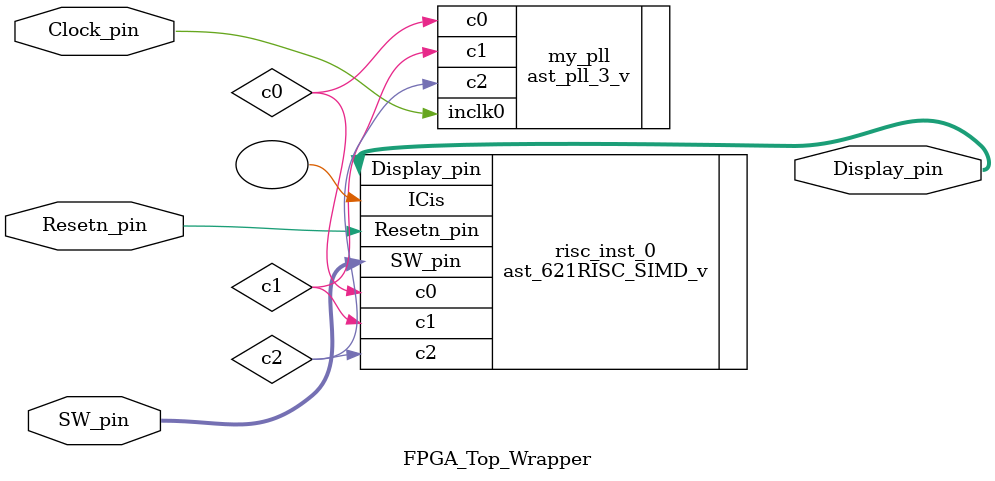
<source format=v>
module FPGA_Top_Wrapper (
input         Resetn_pin , // Reset Signal from push button
input         Clock_pin  , // Clock Signal from FPGA 50 MHz Oscillator
input  [ 4:0] SW_pin     , // 4 user switches and one pushbutton
output [ 7:0] Display_pin  // 8 LEDs on the FPGA
);
wire c0;
wire c1;
wire c2;

ast_621RISC_SIMD_v #(.rom_init("ast_test.mif"), .ram_init("null.mif")) risc_inst_0(
	.Resetn_pin      ( Resetn_pin  ), 
	.c0              ( c0          ), 
   .c1              ( c1          ),
	.c2              ( c2          ),
	.SW_pin          ( SW_pin      ), 
	.Display_pin     ( Display_pin ), 
	.ICis            ( /*NC*/      )
);
//defparam risc_inst_0.my_ram.my_ram.altsyncram_component.ram_init = "ast_led_test.mif";

ast_pll_3_v my_pll (
	.inclk0 ( Clock_pin ),
	.c0     ( c0        ),
	.c1     ( c1        ),
	.c2     ( c2        )
);


endmodule

</source>
